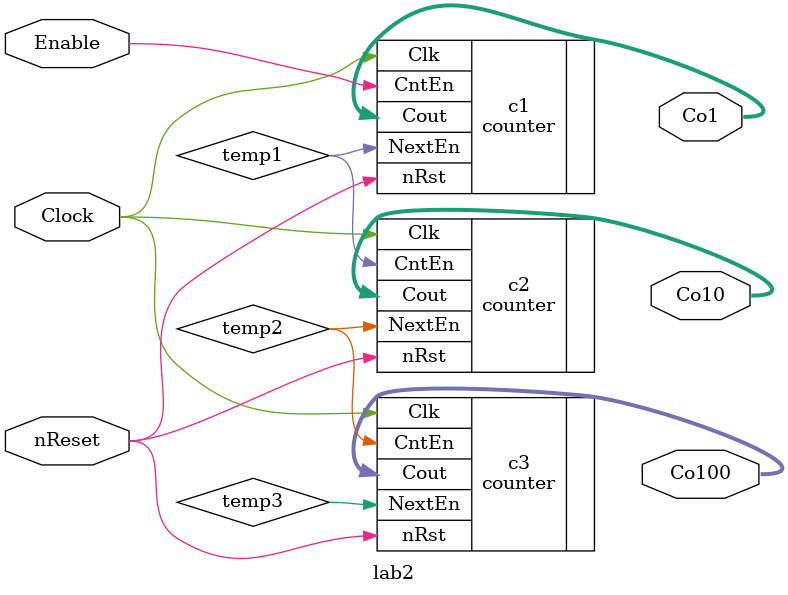
<source format=v>
module lab2
(
	input wire nReset, Clock, Enable,
	output wire [3:0] Co1, Co10, Co100
);	
	wire temp1, temp2, temp3;
	
	
	counter c1(.nRst(nReset), .Clk(Clock), .CntEn(Enable), .Cout(Co1), .NextEn(temp1));
	counter c2(.nRst(nReset), .Clk(Clock), .CntEn(temp1), .Cout(Co10), .NextEn(temp2));
	counter c3(.nRst(nReset), .Clk(Clock), .CntEn(temp2), .Cout(Co100), .NextEn(temp3));
	
	
endmodule 
</source>
